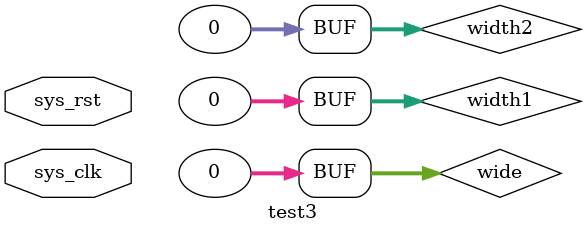
<source format=v>
`timescale 1ns / 1ps

module top;

reg	sys_clk;
reg	sys_reset;

integer cnt, lastcnt;

initial begin
	sys_clk = 1'b1;
	sys_reset = 1'b1;
	cnt = 0;
	lastcnt = 100;
	while(cnt < lastcnt) begin
		#5;
		sys_clk = 1'b0;
		#5;
		sys_clk = 1'b1;
		if(cnt > 10) begin
			sys_reset = 1'b0;
		end
		cnt = cnt + 1;
	end
	#20;
	$dumpflush;
	$finish(2);
	$stop(2);
end

test1 #(
.WIDTH1(18),
.WIDTH2(18)
) test1 (
	.sys_clk(sys_clk),
	.sys_rst(sys_reset)
);

test2 #(
	.WIDTH1(18),
	.WIDTH2(18)
) test2_top (
	.sys_clk(sys_clk),
	.sys_rst(sys_reset)
);

endmodule

module test1
#(
parameter WIDTH1 = 1,
parameter WIDTH2 = 2
) (
input sys_clk,
input sys_rst
);

wire [15:0] w1 = WIDTH1;
wire [15:0] w2 = WIDTH2;

generate
if(WIDTH1 != 1) begin: not1

test2 #(
	.WIDTH1(18),
	.WIDTH2(18)
) test2_0 (
	.sys_clk(sys_clk),
	.sys_rst(sys_rst)
);

test2 #(
	.WIDTH1(18),
	.WIDTH2(18)
) test2_1 (
	.sys_clk(sys_clk),
	.sys_rst(sys_rst)
);

end
endgenerate

initial begin
	#40;
	$finish(0);
end

endmodule

module test2
#(
parameter WIDTH1 = 3,
parameter WIDTH2 = 4
) (
input sys_clk,
input sys_rst
);

localparam big_width = (WIDTH1 >= WIDTH2) ? WIDTH1 : WIDTH2;

initial begin
	$display("%m big_width: %h", big_width);
end

wire [15:0] w1 = WIDTH1;
wire [15:0] w2 = WIDTH2;
wire [15:0] bigw = big_width;

wire [31:0] out_data_a, out_data_b;
test3 #(
	.WIDTH1(WIDTH1),
	.WIDTH2(WIDTH2)
) test3_0 (
	.sys_clk(sys_clk),
	.sys_rst(sys_rst)
);

test3 test3_1 (
	.sys_clk(sys_clk),
	.sys_rst(sys_rst)
);
	defparam test3_1.WIDTH1 = WIDTH1;
	defparam test3_1.WIDTH2 = WIDTH2;

endmodule

module test3 (sys_clk, sys_rst);
input sys_clk;
input sys_rst;

parameter WIDTH1 = 0;
parameter WIDTH2 = 0;

localparam big_width = (WIDTH1 >= WIDTH2) ? WIDTH1 : WIDTH2;

wire [31:0] wide = big_width;
wire [31:0] width1 = WIDTH1;
wire [31:0] width2 = WIDTH2;
initial begin
	$strobe("%m wide: %h, width1:%h, width2:%h", wide, width1, width2);
end


endmodule

</source>
